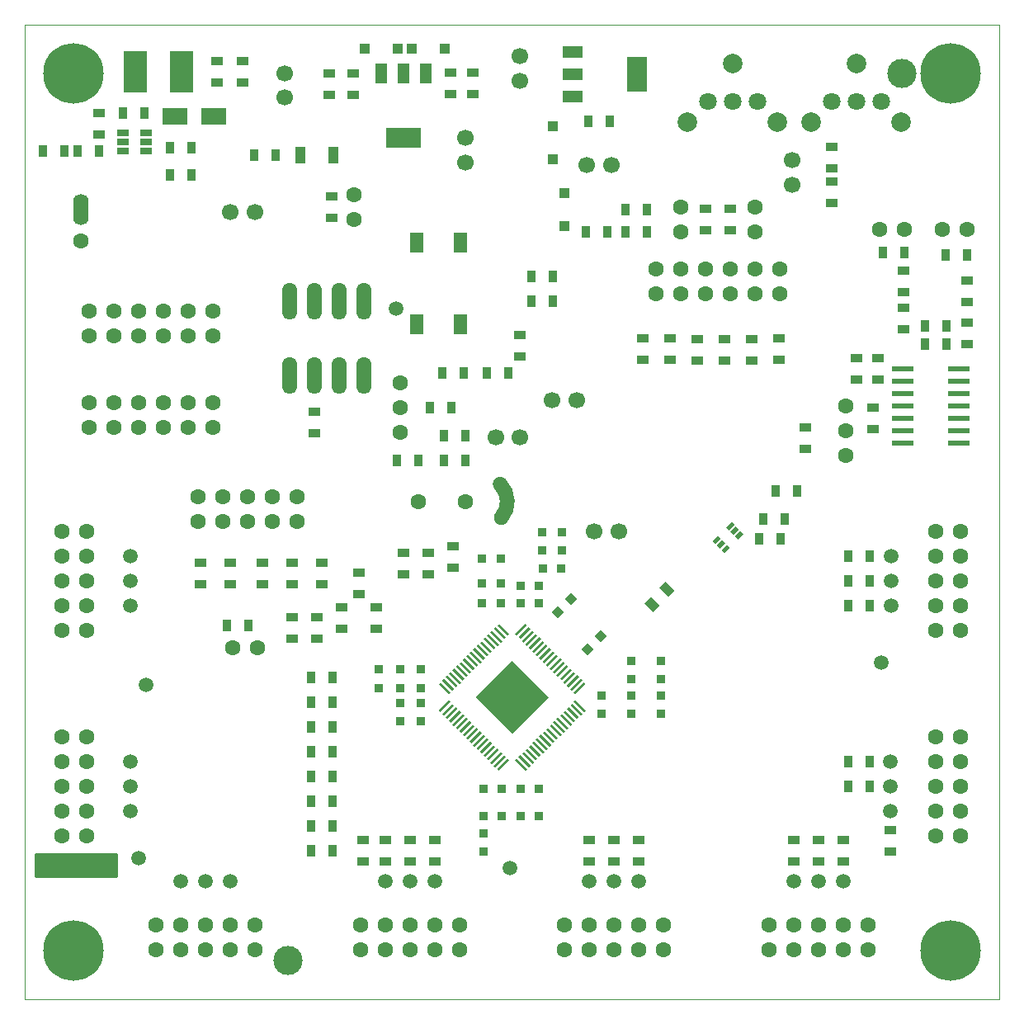
<source format=gts>
G04 #@! TF.FileFunction,Soldermask,Top*
%FSLAX46Y46*%
G04 Gerber Fmt 4.6, Leading zero omitted, Abs format (unit mm)*
G04 Created by KiCad (PCBNEW 4.0.2-stable) date 25/05/2016 09:45:10*
%MOMM*%
G01*
G04 APERTURE LIST*
%ADD10C,0.150000*%
%ADD11C,1.500000*%
%ADD12C,0.100000*%
%ADD13C,1.600000*%
%ADD14R,0.900000X1.300000*%
%ADD15O,1.524000X3.810000*%
%ADD16C,1.500000*%
%ADD17R,2.500000X1.700000*%
%ADD18R,0.900000X0.900000*%
%ADD19R,3.600000X2.000000*%
%ADD20R,1.200000X2.000000*%
%ADD21R,1.100000X1.700000*%
%ADD22R,1.400000X2.100000*%
%ADD23R,1.300000X0.900000*%
%ADD24R,2.200000X0.600000*%
%ADD25C,1.700000*%
%ADD26R,1.000000X1.000000*%
%ADD27O,1.600000X3.200000*%
%ADD28C,1.800000*%
%ADD29C,2.000000*%
%ADD30R,2.400000X4.200000*%
%ADD31R,1.200000X0.650000*%
%ADD32C,6.200000*%
%ADD33R,2.000000X3.600000*%
%ADD34R,2.000000X1.200000*%
%ADD35C,3.000000*%
%ADD36C,0.254000*%
G04 APERTURE END LIST*
D10*
D11*
X48884814Y49401048D02*
G75*
G03X48768000Y52832000I-1894814J1652952D01*
G01*
D12*
X100000000Y100000000D02*
X100000000Y0D01*
X0Y100000000D02*
X100000000Y100000000D01*
X0Y0D02*
X0Y100000000D01*
X15000000Y0D02*
X0Y0D01*
X100000000Y0D02*
X15000000Y0D01*
D10*
G36*
X57371588Y32527258D02*
X57548364Y32350482D01*
X56487704Y31289822D01*
X56310928Y31466598D01*
X57371588Y32527258D01*
X57371588Y32527258D01*
G37*
G36*
X57018035Y32880811D02*
X57194811Y32704035D01*
X56134151Y31643375D01*
X55957375Y31820151D01*
X57018035Y32880811D01*
X57018035Y32880811D01*
G37*
G36*
X56664482Y33234365D02*
X56841258Y33057589D01*
X55780598Y31996929D01*
X55603822Y32173705D01*
X56664482Y33234365D01*
X56664482Y33234365D01*
G37*
G36*
X56310928Y33587918D02*
X56487704Y33411142D01*
X55427044Y32350482D01*
X55250268Y32527258D01*
X56310928Y33587918D01*
X56310928Y33587918D01*
G37*
G36*
X55957375Y33941471D02*
X56134151Y33764695D01*
X55073491Y32704035D01*
X54896715Y32880811D01*
X55957375Y33941471D01*
X55957375Y33941471D01*
G37*
G36*
X55603822Y34295025D02*
X55780598Y34118249D01*
X54719938Y33057589D01*
X54543162Y33234365D01*
X55603822Y34295025D01*
X55603822Y34295025D01*
G37*
G36*
X55250268Y34648578D02*
X55427044Y34471802D01*
X54366384Y33411142D01*
X54189608Y33587918D01*
X55250268Y34648578D01*
X55250268Y34648578D01*
G37*
G36*
X54896715Y35002132D02*
X55073491Y34825356D01*
X54012831Y33764696D01*
X53836055Y33941472D01*
X54896715Y35002132D01*
X54896715Y35002132D01*
G37*
G36*
X54543161Y35355685D02*
X54719937Y35178909D01*
X53659277Y34118249D01*
X53482501Y34295025D01*
X54543161Y35355685D01*
X54543161Y35355685D01*
G37*
G36*
X54189608Y35709238D02*
X54366384Y35532462D01*
X53305724Y34471802D01*
X53128948Y34648578D01*
X54189608Y35709238D01*
X54189608Y35709238D01*
G37*
G36*
X53836055Y36062792D02*
X54012831Y35886016D01*
X52952171Y34825356D01*
X52775395Y35002132D01*
X53836055Y36062792D01*
X53836055Y36062792D01*
G37*
G36*
X53482501Y36416345D02*
X53659277Y36239569D01*
X52598617Y35178909D01*
X52421841Y35355685D01*
X53482501Y36416345D01*
X53482501Y36416345D01*
G37*
G36*
X53128948Y36769899D02*
X53305724Y36593123D01*
X52245064Y35532463D01*
X52068288Y35709239D01*
X53128948Y36769899D01*
X53128948Y36769899D01*
G37*
G36*
X52775394Y37123452D02*
X52952170Y36946676D01*
X51891510Y35886016D01*
X51714734Y36062792D01*
X52775394Y37123452D01*
X52775394Y37123452D01*
G37*
G36*
X52421841Y37477005D02*
X52598617Y37300229D01*
X51537957Y36239569D01*
X51361181Y36416345D01*
X52421841Y37477005D01*
X52421841Y37477005D01*
G37*
G36*
X52068288Y37830559D02*
X52245064Y37653783D01*
X51184404Y36593123D01*
X51007628Y36769899D01*
X52068288Y37830559D01*
X52068288Y37830559D01*
G37*
G36*
X51714734Y38184112D02*
X51891510Y38007336D01*
X50830850Y36946676D01*
X50654074Y37123452D01*
X51714734Y38184112D01*
X51714734Y38184112D01*
G37*
G36*
X51361181Y38537665D02*
X51537957Y38360889D01*
X50477297Y37300229D01*
X50300521Y37477005D01*
X51361181Y38537665D01*
X51361181Y38537665D01*
G37*
G36*
X48638819Y38537665D02*
X49699479Y37477005D01*
X49522703Y37300229D01*
X48462043Y38360889D01*
X48638819Y38537665D01*
X48638819Y38537665D01*
G37*
G36*
X48285266Y38184112D02*
X49345926Y37123452D01*
X49169150Y36946676D01*
X48108490Y38007336D01*
X48285266Y38184112D01*
X48285266Y38184112D01*
G37*
G36*
X47931712Y37830559D02*
X48992372Y36769899D01*
X48815596Y36593123D01*
X47754936Y37653783D01*
X47931712Y37830559D01*
X47931712Y37830559D01*
G37*
G36*
X47578159Y37477005D02*
X48638819Y36416345D01*
X48462043Y36239569D01*
X47401383Y37300229D01*
X47578159Y37477005D01*
X47578159Y37477005D01*
G37*
G36*
X47224606Y37123452D02*
X48285266Y36062792D01*
X48108490Y35886016D01*
X47047830Y36946676D01*
X47224606Y37123452D01*
X47224606Y37123452D01*
G37*
G36*
X46871052Y36769899D02*
X47931712Y35709239D01*
X47754936Y35532463D01*
X46694276Y36593123D01*
X46871052Y36769899D01*
X46871052Y36769899D01*
G37*
G36*
X46517499Y36416345D02*
X47578159Y35355685D01*
X47401383Y35178909D01*
X46340723Y36239569D01*
X46517499Y36416345D01*
X46517499Y36416345D01*
G37*
G36*
X46163945Y36062792D02*
X47224605Y35002132D01*
X47047829Y34825356D01*
X45987169Y35886016D01*
X46163945Y36062792D01*
X46163945Y36062792D01*
G37*
G36*
X45810392Y35709238D02*
X46871052Y34648578D01*
X46694276Y34471802D01*
X45633616Y35532462D01*
X45810392Y35709238D01*
X45810392Y35709238D01*
G37*
G36*
X45456839Y35355685D02*
X46517499Y34295025D01*
X46340723Y34118249D01*
X45280063Y35178909D01*
X45456839Y35355685D01*
X45456839Y35355685D01*
G37*
G36*
X45103285Y35002132D02*
X46163945Y33941472D01*
X45987169Y33764696D01*
X44926509Y34825356D01*
X45103285Y35002132D01*
X45103285Y35002132D01*
G37*
G36*
X44749732Y34648578D02*
X45810392Y33587918D01*
X45633616Y33411142D01*
X44572956Y34471802D01*
X44749732Y34648578D01*
X44749732Y34648578D01*
G37*
G36*
X44396178Y34295025D02*
X45456838Y33234365D01*
X45280062Y33057589D01*
X44219402Y34118249D01*
X44396178Y34295025D01*
X44396178Y34295025D01*
G37*
G36*
X44042625Y33941471D02*
X45103285Y32880811D01*
X44926509Y32704035D01*
X43865849Y33764695D01*
X44042625Y33941471D01*
X44042625Y33941471D01*
G37*
G36*
X43689072Y33587918D02*
X44749732Y32527258D01*
X44572956Y32350482D01*
X43512296Y33411142D01*
X43689072Y33587918D01*
X43689072Y33587918D01*
G37*
G36*
X43335518Y33234365D02*
X44396178Y32173705D01*
X44219402Y31996929D01*
X43158742Y33057589D01*
X43335518Y33234365D01*
X43335518Y33234365D01*
G37*
G36*
X42981965Y32880811D02*
X44042625Y31820151D01*
X43865849Y31643375D01*
X42805189Y32704035D01*
X42981965Y32880811D01*
X42981965Y32880811D01*
G37*
G36*
X42628412Y32527258D02*
X43689072Y31466598D01*
X43512296Y31289822D01*
X42451636Y32350482D01*
X42628412Y32527258D01*
X42628412Y32527258D01*
G37*
G36*
X43512296Y30688780D02*
X43689072Y30512004D01*
X42628412Y29451344D01*
X42451636Y29628120D01*
X43512296Y30688780D01*
X43512296Y30688780D01*
G37*
G36*
X43865849Y30335227D02*
X44042625Y30158451D01*
X42981965Y29097791D01*
X42805189Y29274567D01*
X43865849Y30335227D01*
X43865849Y30335227D01*
G37*
G36*
X44219402Y29981673D02*
X44396178Y29804897D01*
X43335518Y28744237D01*
X43158742Y28921013D01*
X44219402Y29981673D01*
X44219402Y29981673D01*
G37*
G36*
X44572956Y29628120D02*
X44749732Y29451344D01*
X43689072Y28390684D01*
X43512296Y28567460D01*
X44572956Y29628120D01*
X44572956Y29628120D01*
G37*
G36*
X44926509Y29274567D02*
X45103285Y29097791D01*
X44042625Y28037131D01*
X43865849Y28213907D01*
X44926509Y29274567D01*
X44926509Y29274567D01*
G37*
G36*
X45280062Y28921013D02*
X45456838Y28744237D01*
X44396178Y27683577D01*
X44219402Y27860353D01*
X45280062Y28921013D01*
X45280062Y28921013D01*
G37*
G36*
X45633616Y28567460D02*
X45810392Y28390684D01*
X44749732Y27330024D01*
X44572956Y27506800D01*
X45633616Y28567460D01*
X45633616Y28567460D01*
G37*
G36*
X45987169Y28213906D02*
X46163945Y28037130D01*
X45103285Y26976470D01*
X44926509Y27153246D01*
X45987169Y28213906D01*
X45987169Y28213906D01*
G37*
G36*
X46340723Y27860353D02*
X46517499Y27683577D01*
X45456839Y26622917D01*
X45280063Y26799693D01*
X46340723Y27860353D01*
X46340723Y27860353D01*
G37*
G36*
X46694276Y27506800D02*
X46871052Y27330024D01*
X45810392Y26269364D01*
X45633616Y26446140D01*
X46694276Y27506800D01*
X46694276Y27506800D01*
G37*
G36*
X47047829Y27153246D02*
X47224605Y26976470D01*
X46163945Y25915810D01*
X45987169Y26092586D01*
X47047829Y27153246D01*
X47047829Y27153246D01*
G37*
G36*
X47401383Y26799693D02*
X47578159Y26622917D01*
X46517499Y25562257D01*
X46340723Y25739033D01*
X47401383Y26799693D01*
X47401383Y26799693D01*
G37*
G36*
X47754936Y26446139D02*
X47931712Y26269363D01*
X46871052Y25208703D01*
X46694276Y25385479D01*
X47754936Y26446139D01*
X47754936Y26446139D01*
G37*
G36*
X48108490Y26092586D02*
X48285266Y25915810D01*
X47224606Y24855150D01*
X47047830Y25031926D01*
X48108490Y26092586D01*
X48108490Y26092586D01*
G37*
G36*
X48462043Y25739033D02*
X48638819Y25562257D01*
X47578159Y24501597D01*
X47401383Y24678373D01*
X48462043Y25739033D01*
X48462043Y25739033D01*
G37*
G36*
X48815596Y25385479D02*
X48992372Y25208703D01*
X47931712Y24148043D01*
X47754936Y24324819D01*
X48815596Y25385479D01*
X48815596Y25385479D01*
G37*
G36*
X49169150Y25031926D02*
X49345926Y24855150D01*
X48285266Y23794490D01*
X48108490Y23971266D01*
X49169150Y25031926D01*
X49169150Y25031926D01*
G37*
G36*
X49522703Y24678373D02*
X49699479Y24501597D01*
X48638819Y23440937D01*
X48462043Y23617713D01*
X49522703Y24678373D01*
X49522703Y24678373D01*
G37*
G36*
X50477297Y24678373D02*
X51537957Y23617713D01*
X51361181Y23440937D01*
X50300521Y24501597D01*
X50477297Y24678373D01*
X50477297Y24678373D01*
G37*
G36*
X50830850Y25031926D02*
X51891510Y23971266D01*
X51714734Y23794490D01*
X50654074Y24855150D01*
X50830850Y25031926D01*
X50830850Y25031926D01*
G37*
G36*
X51184404Y25385479D02*
X52245064Y24324819D01*
X52068288Y24148043D01*
X51007628Y25208703D01*
X51184404Y25385479D01*
X51184404Y25385479D01*
G37*
G36*
X51537957Y25739033D02*
X52598617Y24678373D01*
X52421841Y24501597D01*
X51361181Y25562257D01*
X51537957Y25739033D01*
X51537957Y25739033D01*
G37*
G36*
X51891510Y26092586D02*
X52952170Y25031926D01*
X52775394Y24855150D01*
X51714734Y25915810D01*
X51891510Y26092586D01*
X51891510Y26092586D01*
G37*
G36*
X52245064Y26446139D02*
X53305724Y25385479D01*
X53128948Y25208703D01*
X52068288Y26269363D01*
X52245064Y26446139D01*
X52245064Y26446139D01*
G37*
G36*
X52598617Y26799693D02*
X53659277Y25739033D01*
X53482501Y25562257D01*
X52421841Y26622917D01*
X52598617Y26799693D01*
X52598617Y26799693D01*
G37*
G36*
X52952171Y27153246D02*
X54012831Y26092586D01*
X53836055Y25915810D01*
X52775395Y26976470D01*
X52952171Y27153246D01*
X52952171Y27153246D01*
G37*
G36*
X53305724Y27506800D02*
X54366384Y26446140D01*
X54189608Y26269364D01*
X53128948Y27330024D01*
X53305724Y27506800D01*
X53305724Y27506800D01*
G37*
G36*
X53659277Y27860353D02*
X54719937Y26799693D01*
X54543161Y26622917D01*
X53482501Y27683577D01*
X53659277Y27860353D01*
X53659277Y27860353D01*
G37*
G36*
X54012831Y28213906D02*
X55073491Y27153246D01*
X54896715Y26976470D01*
X53836055Y28037130D01*
X54012831Y28213906D01*
X54012831Y28213906D01*
G37*
G36*
X54366384Y28567460D02*
X55427044Y27506800D01*
X55250268Y27330024D01*
X54189608Y28390684D01*
X54366384Y28567460D01*
X54366384Y28567460D01*
G37*
G36*
X54719938Y28921013D02*
X55780598Y27860353D01*
X55603822Y27683577D01*
X54543162Y28744237D01*
X54719938Y28921013D01*
X54719938Y28921013D01*
G37*
G36*
X55073491Y29274567D02*
X56134151Y28213907D01*
X55957375Y28037131D01*
X54896715Y29097791D01*
X55073491Y29274567D01*
X55073491Y29274567D01*
G37*
G36*
X55427044Y29628120D02*
X56487704Y28567460D01*
X56310928Y28390684D01*
X55250268Y29451344D01*
X55427044Y29628120D01*
X55427044Y29628120D01*
G37*
G36*
X55780598Y29981673D02*
X56841258Y28921013D01*
X56664482Y28744237D01*
X55603822Y29804897D01*
X55780598Y29981673D01*
X55780598Y29981673D01*
G37*
G36*
X56134151Y30335227D02*
X57194811Y29274567D01*
X57018035Y29097791D01*
X55957375Y30158451D01*
X56134151Y30335227D01*
X56134151Y30335227D01*
G37*
G36*
X56487704Y30688780D02*
X57548364Y29628120D01*
X57371588Y29451344D01*
X56310928Y30512004D01*
X56487704Y30688780D01*
X56487704Y30688780D01*
G37*
G36*
X50000000Y34736967D02*
X53747666Y30989301D01*
X50000000Y27241635D01*
X46252334Y30989301D01*
X50000000Y34736967D01*
X50000000Y34736967D01*
G37*
D13*
X38481000Y63246000D03*
X38481000Y58166000D03*
X38481000Y60706000D03*
D14*
X75735000Y49276000D03*
X77935000Y49276000D03*
D13*
X27940000Y51562000D03*
X27940000Y49022000D03*
X25400000Y51562000D03*
X25400000Y49022000D03*
X22860000Y51562000D03*
X22860000Y49022000D03*
X20320000Y51562000D03*
X20320000Y49022000D03*
X17780000Y51562000D03*
X17780000Y49022000D03*
X45239000Y51054000D03*
X40359000Y51054000D03*
D15*
X27178000Y64008000D03*
X29718000Y64008000D03*
X32258000Y64008000D03*
X34798000Y64008000D03*
X27178000Y71628000D03*
X29718000Y71628000D03*
X32258000Y71628000D03*
X34798000Y71628000D03*
D16*
X81407000Y12065000D03*
X78867000Y12065000D03*
X83947000Y12065000D03*
X10795000Y45466000D03*
X12446000Y32258000D03*
X10795000Y24384000D03*
X11684000Y14478000D03*
X16002000Y12065000D03*
X49784000Y13462000D03*
X36957000Y12065000D03*
X10795000Y42926000D03*
X10795000Y40386000D03*
X10795000Y21844000D03*
X10795000Y19304000D03*
X18542000Y12065000D03*
X21082000Y12065000D03*
X39497000Y12065000D03*
X42037000Y12065000D03*
X57912000Y12065000D03*
X60452000Y12065000D03*
X62992000Y12065000D03*
X88773000Y19304000D03*
X88773000Y21844000D03*
X88773000Y24384000D03*
X88900000Y40386000D03*
X88900000Y42926000D03*
X88900000Y45466000D03*
X38100000Y70866000D03*
D17*
X19399000Y90551000D03*
X15399000Y90551000D03*
D18*
X53155600Y44195000D03*
X55055600Y44195000D03*
X55121600Y47939000D03*
X55121600Y46039000D03*
X53089600Y47939000D03*
X53089600Y46039000D03*
D10*
G36*
X57748249Y35267853D02*
X57111853Y35904249D01*
X57748249Y36540645D01*
X58384645Y35904249D01*
X57748249Y35267853D01*
X57748249Y35267853D01*
G37*
G36*
X59091751Y36611355D02*
X58455355Y37247751D01*
X59091751Y37884147D01*
X59728147Y37247751D01*
X59091751Y36611355D01*
X59091751Y36611355D01*
G37*
D18*
X50869600Y40639000D03*
X52769600Y40639000D03*
X50869600Y42417000D03*
X52769600Y42417000D03*
X62230000Y34732000D03*
X62230000Y32832000D03*
X65278000Y34732000D03*
X65278000Y32832000D03*
X52766000Y18796000D03*
X50866000Y18796000D03*
X40643600Y28514000D03*
X40643600Y30414000D03*
X38481000Y28514000D03*
X38481000Y30414000D03*
X46929000Y40640000D03*
X48829000Y40640000D03*
X46929000Y42672000D03*
X48829000Y42672000D03*
X46929000Y45212000D03*
X48829000Y45212000D03*
X59182000Y29275000D03*
X59182000Y31175000D03*
X62230000Y29276000D03*
X62230000Y31176000D03*
X65278000Y29276000D03*
X65278000Y31176000D03*
X47056000Y21590000D03*
X48956000Y21590000D03*
X47056000Y18796000D03*
X48956000Y18796000D03*
X47053500Y17015500D03*
X47053500Y15115500D03*
X40643600Y33843000D03*
X40643600Y31943000D03*
X38481000Y33843000D03*
X38481000Y31943000D03*
X36322000Y33843000D03*
X36322000Y31943000D03*
D19*
X38862000Y88392000D03*
D20*
X38862000Y94996000D03*
X36576000Y94996000D03*
X41148000Y94996000D03*
D21*
X28272000Y86614000D03*
X31672000Y86614000D03*
D22*
X40168000Y77606000D03*
X44668000Y77606000D03*
X40168000Y69206000D03*
X44668000Y69206000D03*
D18*
X52766000Y21590000D03*
X50866000Y21590000D03*
D23*
X43691600Y92879000D03*
X43691600Y95079000D03*
D14*
X63838000Y78740000D03*
X61638000Y78740000D03*
X63838000Y81026000D03*
X61638000Y81026000D03*
D23*
X69853600Y81110000D03*
X69853600Y78910000D03*
X72393600Y81110000D03*
X72393600Y78910000D03*
D14*
X59774000Y78740000D03*
X57574000Y78740000D03*
X51986000Y74168000D03*
X54186000Y74168000D03*
X51986000Y71628000D03*
X54186000Y71628000D03*
D23*
X86995000Y60663000D03*
X86995000Y58463000D03*
X85344000Y65743000D03*
X85344000Y63543000D03*
X87503000Y63543000D03*
X87503000Y65743000D03*
X90170000Y68750000D03*
X90170000Y70950000D03*
D14*
X88003200Y76606400D03*
X90203200Y76606400D03*
D23*
X96647000Y69426000D03*
X96647000Y67226000D03*
D14*
X94572000Y67183000D03*
X92372000Y67183000D03*
X94572000Y69037200D03*
X92372000Y69037200D03*
D23*
X33658600Y94996000D03*
X33658600Y92796000D03*
X18034000Y44788000D03*
X18034000Y42588000D03*
X21082000Y44788000D03*
X21082000Y42588000D03*
X24384000Y44788000D03*
X24384000Y42588000D03*
X27432000Y44788000D03*
X27432000Y42588000D03*
X41402000Y43604000D03*
X41402000Y45804000D03*
X42037000Y16340000D03*
X42037000Y14140000D03*
X39497000Y16340000D03*
X39497000Y14140000D03*
X36957000Y16340000D03*
X36957000Y14140000D03*
X34671000Y16340000D03*
X34671000Y14140000D03*
D14*
X31580000Y15240000D03*
X29380000Y15240000D03*
X31580000Y17780000D03*
X29380000Y17780000D03*
X31580000Y20320000D03*
X29380000Y20320000D03*
X31580000Y22860000D03*
X29380000Y22860000D03*
X31580000Y25400000D03*
X29380000Y25400000D03*
X31580000Y27940000D03*
X29380000Y27940000D03*
X31580000Y30480000D03*
X29380000Y30480000D03*
X31580000Y33020000D03*
X29380000Y33020000D03*
X84498000Y40386000D03*
X86698000Y40386000D03*
D23*
X88773000Y15156000D03*
X88773000Y17356000D03*
X78867000Y16340000D03*
X78867000Y14140000D03*
X57912000Y16340000D03*
X57912000Y14140000D03*
D14*
X86698000Y45466000D03*
X84498000Y45466000D03*
X86698000Y42926000D03*
X84498000Y42926000D03*
X86698000Y24384000D03*
X84498000Y24384000D03*
X86698000Y21844000D03*
X84498000Y21844000D03*
D23*
X83947000Y14140000D03*
X83947000Y16340000D03*
X81407000Y14140000D03*
X81407000Y16340000D03*
X62992000Y14140000D03*
X62992000Y16340000D03*
X60452000Y14140000D03*
X60452000Y16340000D03*
D14*
X40343000Y55245000D03*
X38143000Y55245000D03*
X45212000Y55245000D03*
X43012000Y55245000D03*
D23*
X22355600Y96265000D03*
X22355600Y94065000D03*
D14*
X45042000Y64262000D03*
X42842000Y64262000D03*
D23*
X82804000Y81704000D03*
X82804000Y83904000D03*
X27432000Y39200000D03*
X27432000Y37000000D03*
X36068000Y40216000D03*
X36068000Y38016000D03*
X29972000Y39200000D03*
X29972000Y37000000D03*
X32512000Y40216000D03*
X32512000Y38016000D03*
X34290000Y43772000D03*
X34290000Y41572000D03*
X30480000Y44788000D03*
X30480000Y42588000D03*
X63373000Y67775000D03*
X63373000Y65575000D03*
X66167000Y67775000D03*
X66167000Y65575000D03*
X68961000Y67739000D03*
X68961000Y65539000D03*
X71755000Y67739000D03*
X71755000Y65539000D03*
X74549000Y67739000D03*
X74549000Y65539000D03*
X77343000Y67775000D03*
X77343000Y65575000D03*
D10*
G36*
X65771579Y42830634D02*
X66690817Y41911396D01*
X66054421Y41275000D01*
X65135183Y42194238D01*
X65771579Y42830634D01*
X65771579Y42830634D01*
G37*
G36*
X64215945Y41275000D02*
X65135183Y40355762D01*
X64498787Y39719366D01*
X63579549Y40638604D01*
X64215945Y41275000D01*
X64215945Y41275000D01*
G37*
D14*
X23538000Y86614000D03*
X25738000Y86614000D03*
X1821000Y86995000D03*
X4021000Y86995000D03*
X5377000Y86995000D03*
X7577000Y86995000D03*
D23*
X7620000Y88689000D03*
X7620000Y90889000D03*
D14*
X43729000Y60706000D03*
X41529000Y60706000D03*
X45212000Y57785000D03*
X43012000Y57785000D03*
D23*
X43942000Y44302500D03*
X43942000Y46502500D03*
D14*
X49614000Y64262000D03*
X47414000Y64262000D03*
X20744000Y38354000D03*
X22944000Y38354000D03*
D23*
X50800000Y68156000D03*
X50800000Y65956000D03*
X82804000Y85260000D03*
X82804000Y87460000D03*
D14*
X60031600Y90042000D03*
X57831600Y90042000D03*
D23*
X19752100Y96265000D03*
X19752100Y94065000D03*
D14*
X10079600Y90931000D03*
X12279600Y90931000D03*
D23*
X45977600Y92879000D03*
X45977600Y95079000D03*
D14*
X17105600Y84582000D03*
X14905600Y84582000D03*
D23*
X31242000Y94996000D03*
X31242000Y92796000D03*
X38862000Y43604000D03*
X38862000Y45804000D03*
X31496000Y80180000D03*
X31496000Y82380000D03*
X29718000Y58082000D03*
X29718000Y60282000D03*
D14*
X17105600Y87375000D03*
X14905600Y87375000D03*
D23*
X90170000Y72560000D03*
X90170000Y74760000D03*
X96647000Y73744000D03*
X96647000Y71544000D03*
D14*
X94454800Y76352400D03*
X96654800Y76352400D03*
D24*
X90089000Y64643000D03*
X90089000Y63373000D03*
X90089000Y62103000D03*
X90089000Y60833000D03*
X90089000Y59563000D03*
X90089000Y58293000D03*
X90089000Y57023000D03*
X95839000Y64643000D03*
X95839000Y63373000D03*
X95839000Y62103000D03*
X95839000Y60833000D03*
X95839000Y59563000D03*
X95839000Y58293000D03*
X95839000Y57023000D03*
D14*
X77554000Y47244000D03*
X75354000Y47244000D03*
D23*
X80073500Y56431000D03*
X80073500Y58631000D03*
D14*
X77005000Y52133500D03*
X79205000Y52133500D03*
D10*
G36*
X70527332Y46999769D02*
X71093018Y47565455D01*
X71411216Y47247257D01*
X70845530Y46681571D01*
X70527332Y46999769D01*
X70527332Y46999769D01*
G37*
G36*
X70986951Y46540149D02*
X71552637Y47105835D01*
X71870835Y46787637D01*
X71305149Y46221951D01*
X70986951Y46540149D01*
X70986951Y46540149D01*
G37*
G36*
X71446571Y46080530D02*
X72012257Y46646216D01*
X72330455Y46328018D01*
X71764769Y45762332D01*
X71446571Y46080530D01*
X71446571Y46080530D01*
G37*
G36*
X72860784Y47494743D02*
X73426470Y48060429D01*
X73744668Y47742231D01*
X73178982Y47176545D01*
X72860784Y47494743D01*
X72860784Y47494743D01*
G37*
G36*
X72401165Y47954363D02*
X72966851Y48520049D01*
X73285049Y48201851D01*
X72719363Y47636165D01*
X72401165Y47954363D01*
X72401165Y47954363D01*
G37*
G36*
X71941545Y48413982D02*
X72507231Y48979668D01*
X72825429Y48661470D01*
X72259743Y48095784D01*
X71941545Y48413982D01*
X71941545Y48413982D01*
G37*
G36*
X54700249Y39077853D02*
X54063853Y39714249D01*
X54700249Y40350645D01*
X55336645Y39714249D01*
X54700249Y39077853D01*
X54700249Y39077853D01*
G37*
G36*
X56043751Y40421355D02*
X55407355Y41057751D01*
X56043751Y41694147D01*
X56680147Y41057751D01*
X56043751Y40421355D01*
X56043751Y40421355D01*
G37*
D25*
X78740000Y86086000D03*
X78740000Y83586000D03*
X58443600Y48006000D03*
X60943600Y48006000D03*
X50800000Y94254000D03*
X50800000Y96754000D03*
X60178000Y85598000D03*
X57678000Y85598000D03*
X21082000Y80772000D03*
X23582000Y80772000D03*
X50800000Y57658000D03*
X48300000Y57658000D03*
X56622000Y61468000D03*
X54122000Y61468000D03*
X26673600Y94995000D03*
X26673600Y92495000D03*
X45212000Y85852000D03*
X45212000Y88352000D03*
D26*
X54165500Y89584000D03*
X54165500Y86184000D03*
X55372000Y82726000D03*
X55372000Y79326000D03*
X34876000Y97536000D03*
X38276000Y97536000D03*
X39702000Y97536000D03*
X43102000Y97536000D03*
D13*
X5715000Y77804000D03*
D27*
X5715000Y80979000D03*
D13*
X96647000Y78994000D03*
X94107000Y78994000D03*
X90220800Y78994000D03*
X87680800Y78994000D03*
X23876000Y36068000D03*
X21336000Y36068000D03*
X33782000Y80010000D03*
X33782000Y82550000D03*
X67310000Y81280000D03*
X67310000Y78740000D03*
X74930000Y81280000D03*
X74930000Y78740000D03*
X96012000Y37846000D03*
X93472000Y37846000D03*
X96012000Y40386000D03*
X93472000Y40386000D03*
X96012000Y42926000D03*
X93472000Y42926000D03*
X96012000Y45466000D03*
X93472000Y45466000D03*
X96012000Y48006000D03*
X93472000Y48006000D03*
X96012000Y16764000D03*
X93472000Y16764000D03*
X96012000Y19304000D03*
X93472000Y19304000D03*
X96012000Y21844000D03*
X93472000Y21844000D03*
X96012000Y24384000D03*
X93472000Y24384000D03*
X96012000Y26924000D03*
X93472000Y26924000D03*
X76327000Y5080000D03*
X76327000Y7620000D03*
X78867000Y5080000D03*
X78867000Y7620000D03*
X81407000Y5080000D03*
X81407000Y7620000D03*
X83947000Y5080000D03*
X83947000Y7620000D03*
X86487000Y5080000D03*
X86487000Y7620000D03*
X55372000Y5080000D03*
X55372000Y7620000D03*
X57912000Y5080000D03*
X57912000Y7620000D03*
X60452000Y5080000D03*
X60452000Y7620000D03*
X62992000Y5080000D03*
X62992000Y7620000D03*
X65532000Y5080000D03*
X65532000Y7620000D03*
X77470000Y74930000D03*
X77470000Y72390000D03*
X74930000Y74930000D03*
X74930000Y72390000D03*
X72390000Y74930000D03*
X72390000Y72390000D03*
X69850000Y74930000D03*
X69850000Y72390000D03*
X67310000Y74930000D03*
X67310000Y72390000D03*
X64770000Y74930000D03*
X64770000Y72390000D03*
X3810000Y48006000D03*
X6350000Y48006000D03*
X3810000Y45466000D03*
X6350000Y45466000D03*
X3810000Y42926000D03*
X6350000Y42926000D03*
X3810000Y40386000D03*
X6350000Y40386000D03*
X3810000Y37846000D03*
X6350000Y37846000D03*
X3810000Y26924000D03*
X6350000Y26924000D03*
X3810000Y24384000D03*
X6350000Y24384000D03*
X3810000Y21844000D03*
X6350000Y21844000D03*
X3810000Y19304000D03*
X6350000Y19304000D03*
X3810000Y16764000D03*
X6350000Y16764000D03*
X13462000Y5080000D03*
X13462000Y7620000D03*
X16002000Y5080000D03*
X16002000Y7620000D03*
X18542000Y5080000D03*
X18542000Y7620000D03*
X21082000Y5080000D03*
X21082000Y7620000D03*
X23622000Y5080000D03*
X23622000Y7620000D03*
X34417000Y5080000D03*
X34417000Y7620000D03*
X36957000Y5080000D03*
X36957000Y7620000D03*
X39497000Y5080000D03*
X39497000Y7620000D03*
X42037000Y5080000D03*
X42037000Y7620000D03*
X44577000Y5080000D03*
X44577000Y7620000D03*
X84201000Y55753000D03*
X84201000Y60833000D03*
X84201000Y58293000D03*
D28*
X82757000Y92100000D03*
X85297000Y92100000D03*
X87837000Y92100000D03*
D29*
X85297000Y96000000D03*
X80697000Y90000000D03*
X89897000Y90000000D03*
D28*
X70057000Y92072000D03*
X72597000Y92072000D03*
X75137000Y92072000D03*
D29*
X72597000Y95972000D03*
X67997000Y89972000D03*
X77197000Y89972000D03*
D30*
X11366000Y95123000D03*
X16066000Y95123000D03*
D31*
X12439500Y87947500D03*
X10039500Y88897500D03*
X10039500Y87947500D03*
X10039500Y86997500D03*
X12439500Y86997500D03*
X12439500Y88897500D03*
D32*
X5000000Y95000000D03*
X95000000Y95000000D03*
X95000000Y5000000D03*
X5000000Y4999000D03*
D33*
X62805600Y94868000D03*
D34*
X56201600Y94868000D03*
X56201600Y92582000D03*
X56201600Y97154000D03*
D35*
X27000000Y4000000D03*
X90000000Y95000000D03*
D16*
X87884000Y34544000D03*
D13*
X19304000Y61214000D03*
X19304000Y58674000D03*
X16764000Y61214000D03*
X16764000Y58674000D03*
X14224000Y61214000D03*
X14224000Y58674000D03*
X11684000Y61214000D03*
X11684000Y58674000D03*
X9144000Y61214000D03*
X9144000Y58674000D03*
X6604000Y58674000D03*
X6604000Y61214000D03*
X19304000Y70612000D03*
X19304000Y68072000D03*
X16764000Y70612000D03*
X16764000Y68072000D03*
X14224000Y70612000D03*
X14224000Y68072000D03*
X11684000Y70612000D03*
X11684000Y68072000D03*
X9144000Y70612000D03*
X9144000Y68072000D03*
X6604000Y68072000D03*
X6604000Y70612000D03*
D36*
G36*
X9373000Y12627000D02*
X1124486Y12627000D01*
X1079566Y14873000D01*
X9373000Y14873000D01*
X9373000Y12627000D01*
X9373000Y12627000D01*
G37*
X9373000Y12627000D02*
X1124486Y12627000D01*
X1079566Y14873000D01*
X9373000Y14873000D01*
X9373000Y12627000D01*
M02*

</source>
